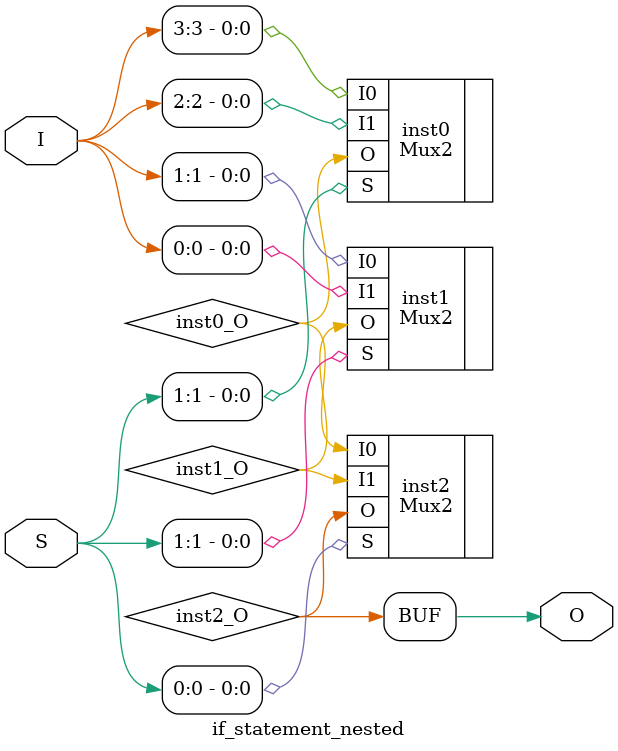
<source format=v>
module if_statement_nested (input [3:0] I, input [1:0] S, output  O);
wire  inst0_O;
wire  inst1_O;
wire  inst2_O;
Mux2 inst0 (.I0(I[3]), .I1(I[2]), .S(S[1]), .O(inst0_O));
Mux2 inst1 (.I0(I[1]), .I1(I[0]), .S(S[1]), .O(inst1_O));
Mux2 inst2 (.I0(inst0_O), .I1(inst1_O), .S(S[0]), .O(inst2_O));
assign O = inst2_O;
endmodule


</source>
